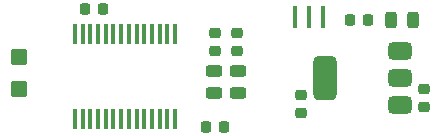
<source format=gbr>
%TF.GenerationSoftware,KiCad,Pcbnew,9.0.2*%
%TF.CreationDate,2025-07-20T14:30:59+05:30*%
%TF.ProjectId,Arduino nano,41726475-696e-46f2-906e-616e6f2e6b69,rev?*%
%TF.SameCoordinates,Original*%
%TF.FileFunction,Paste,Bot*%
%TF.FilePolarity,Positive*%
%FSLAX46Y46*%
G04 Gerber Fmt 4.6, Leading zero omitted, Abs format (unit mm)*
G04 Created by KiCad (PCBNEW 9.0.2) date 2025-07-20 14:30:59*
%MOMM*%
%LPD*%
G01*
G04 APERTURE LIST*
G04 Aperture macros list*
%AMRoundRect*
0 Rectangle with rounded corners*
0 $1 Rounding radius*
0 $2 $3 $4 $5 $6 $7 $8 $9 X,Y pos of 4 corners*
0 Add a 4 corners polygon primitive as box body*
4,1,4,$2,$3,$4,$5,$6,$7,$8,$9,$2,$3,0*
0 Add four circle primitives for the rounded corners*
1,1,$1+$1,$2,$3*
1,1,$1+$1,$4,$5*
1,1,$1+$1,$6,$7*
1,1,$1+$1,$8,$9*
0 Add four rect primitives between the rounded corners*
20,1,$1+$1,$2,$3,$4,$5,0*
20,1,$1+$1,$4,$5,$6,$7,0*
20,1,$1+$1,$6,$7,$8,$9,0*
20,1,$1+$1,$8,$9,$2,$3,0*%
G04 Aperture macros list end*
%ADD10RoundRect,0.225000X0.225000X0.250000X-0.225000X0.250000X-0.225000X-0.250000X0.225000X-0.250000X0*%
%ADD11RoundRect,0.218750X-0.218750X-0.256250X0.218750X-0.256250X0.218750X0.256250X-0.218750X0.256250X0*%
%ADD12RoundRect,0.375000X0.625000X0.375000X-0.625000X0.375000X-0.625000X-0.375000X0.625000X-0.375000X0*%
%ADD13RoundRect,0.500000X0.500000X1.400000X-0.500000X1.400000X-0.500000X-1.400000X0.500000X-1.400000X0*%
%ADD14RoundRect,0.243750X-0.456250X0.243750X-0.456250X-0.243750X0.456250X-0.243750X0.456250X0.243750X0*%
%ADD15R,0.450000X1.750000*%
%ADD16RoundRect,0.218750X0.256250X-0.218750X0.256250X0.218750X-0.256250X0.218750X-0.256250X-0.218750X0*%
%ADD17RoundRect,0.225000X-0.250000X0.225000X-0.250000X-0.225000X0.250000X-0.225000X0.250000X0.225000X0*%
%ADD18RoundRect,0.243750X0.243750X0.456250X-0.243750X0.456250X-0.243750X-0.456250X0.243750X-0.456250X0*%
%ADD19RoundRect,0.225000X-0.225000X-0.250000X0.225000X-0.250000X0.225000X0.250000X-0.225000X0.250000X0*%
%ADD20RoundRect,0.250000X-0.445000X0.457500X-0.445000X-0.457500X0.445000X-0.457500X0.445000X0.457500X0*%
%ADD21R,0.400000X1.900000*%
G04 APERTURE END LIST*
D10*
%TO.C,C8*%
X208775000Y-93600000D03*
X207225000Y-93600000D03*
%TD*%
D11*
%TO.C,R5*%
X219412499Y-84500000D03*
X220987501Y-84500000D03*
%TD*%
D12*
%TO.C,U2*%
X223670000Y-87140000D03*
X223669999Y-89440000D03*
D13*
X217370001Y-89440000D03*
D12*
X223670000Y-91740000D03*
%TD*%
D14*
%TO.C,D5*%
X210000000Y-88862499D03*
X210000000Y-90737501D03*
%TD*%
D15*
%TO.C,U3*%
X204625000Y-92900000D03*
X203975000Y-92900000D03*
X203325000Y-92900000D03*
X202675000Y-92900000D03*
X202025000Y-92900000D03*
X201375000Y-92900000D03*
X200725000Y-92900000D03*
X200075000Y-92900000D03*
X199425000Y-92900000D03*
X198775000Y-92900000D03*
X198125000Y-92900000D03*
X197475000Y-92900000D03*
X196825000Y-92900000D03*
X196175000Y-92900000D03*
X196175000Y-85700000D03*
X196825000Y-85700000D03*
X197475000Y-85700000D03*
X198125000Y-85700000D03*
X198775000Y-85700000D03*
X199425000Y-85700000D03*
X200075000Y-85700000D03*
X200725000Y-85700000D03*
X201375000Y-85700000D03*
X202025000Y-85700000D03*
X202675000Y-85700000D03*
X203325000Y-85700000D03*
X203975000Y-85700000D03*
X204625000Y-85700000D03*
%TD*%
D16*
%TO.C,R7*%
X209900000Y-87187501D03*
X209900000Y-85612499D03*
%TD*%
D17*
%TO.C,C6*%
X215320000Y-90890000D03*
X215320000Y-92440000D03*
%TD*%
D18*
%TO.C,D2*%
X224800000Y-84500000D03*
X222925000Y-84500000D03*
%TD*%
D17*
%TO.C,C5*%
X225720000Y-90365000D03*
X225720000Y-91915000D03*
%TD*%
D19*
%TO.C,C7*%
X197025000Y-83600000D03*
X198575000Y-83600000D03*
%TD*%
D20*
%TO.C,C9*%
X191400000Y-87647500D03*
X191400000Y-90352500D03*
%TD*%
D21*
%TO.C,Y1*%
X217200000Y-84300000D03*
X216000000Y-84300000D03*
X214800000Y-84300000D03*
%TD*%
D16*
%TO.C,R6*%
X208000000Y-87187501D03*
X208000000Y-85612499D03*
%TD*%
D14*
%TO.C,D4*%
X207900000Y-88862499D03*
X207900000Y-90737501D03*
%TD*%
M02*

</source>
